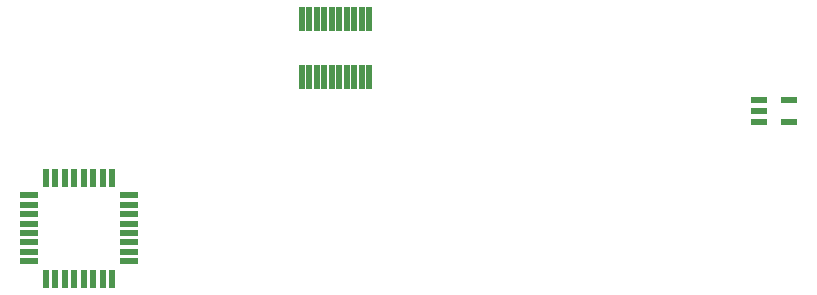
<source format=gbr>
%TF.GenerationSoftware,KiCad,Pcbnew,7.0.8*%
%TF.CreationDate,2023-10-07T19:29:42-07:00*%
%TF.ProjectId,nixie3,6e697869-6533-42e6-9b69-6361645f7063,rev?*%
%TF.SameCoordinates,Original*%
%TF.FileFunction,Paste,Top*%
%TF.FilePolarity,Positive*%
%FSLAX46Y46*%
G04 Gerber Fmt 4.6, Leading zero omitted, Abs format (unit mm)*
G04 Created by KiCad (PCBNEW 7.0.8) date 2023-10-07 19:29:42*
%MOMM*%
%LPD*%
G01*
G04 APERTURE LIST*
G04 Aperture macros list*
%AMRoundRect*
0 Rectangle with rounded corners*
0 $1 Rounding radius*
0 $2 $3 $4 $5 $6 $7 $8 $9 X,Y pos of 4 corners*
0 Add a 4 corners polygon primitive as box body*
4,1,4,$2,$3,$4,$5,$6,$7,$8,$9,$2,$3,0*
0 Add four circle primitives for the rounded corners*
1,1,$1+$1,$2,$3*
1,1,$1+$1,$4,$5*
1,1,$1+$1,$6,$7*
1,1,$1+$1,$8,$9*
0 Add four rect primitives between the rounded corners*
20,1,$1+$1,$2,$3,$4,$5,0*
20,1,$1+$1,$4,$5,$6,$7,0*
20,1,$1+$1,$6,$7,$8,$9,0*
20,1,$1+$1,$8,$9,$2,$3,0*%
G04 Aperture macros list end*
%ADD10R,1.600000X0.550000*%
%ADD11R,0.550000X1.600000*%
%ADD12RoundRect,0.008200X0.196800X-0.976800X0.196800X0.976800X-0.196800X0.976800X-0.196800X-0.976800X0*%
%ADD13RoundRect,0.008200X-0.196800X0.976800X-0.196800X-0.976800X0.196800X-0.976800X0.196800X0.976800X0*%
%ADD14R,1.320800X0.508000*%
G04 APERTURE END LIST*
D10*
%TO.C,U1*%
X101340000Y-58265000D03*
X101340000Y-59065000D03*
X101340000Y-59865000D03*
X101340000Y-60665000D03*
X101340000Y-61465000D03*
X101340000Y-62265000D03*
X101340000Y-63065000D03*
X101340000Y-63865000D03*
D11*
X102790000Y-65315000D03*
X103590000Y-65315000D03*
X104390000Y-65315000D03*
X105190000Y-65315000D03*
X105990000Y-65315000D03*
X106790000Y-65315000D03*
X107590000Y-65315000D03*
X108390000Y-65315000D03*
D10*
X109840000Y-63865000D03*
X109840000Y-63065000D03*
X109840000Y-62265000D03*
X109840000Y-61465000D03*
X109840000Y-60665000D03*
X109840000Y-59865000D03*
X109840000Y-59065000D03*
X109840000Y-58265000D03*
D11*
X108390000Y-56815000D03*
X107590000Y-56815000D03*
X106790000Y-56815000D03*
X105990000Y-56815000D03*
X105190000Y-56815000D03*
X104390000Y-56815000D03*
X103590000Y-56815000D03*
X102790000Y-56815000D03*
%TD*%
D12*
%TO.C,U6*%
X124460000Y-48260000D03*
X125095000Y-48260000D03*
X125730000Y-48260000D03*
X126365000Y-48260000D03*
X127000000Y-48260000D03*
X127635000Y-48260000D03*
X128270000Y-48260000D03*
X128905000Y-48260000D03*
X129540000Y-48260000D03*
X130175000Y-48260000D03*
D13*
X130175000Y-43320000D03*
X129540000Y-43320000D03*
X128905000Y-43320000D03*
X128270000Y-43320000D03*
X127635000Y-43320000D03*
X127000000Y-43320000D03*
X126365000Y-43320000D03*
X125730000Y-43320000D03*
X125095000Y-43320000D03*
X124460000Y-43320000D03*
%TD*%
D14*
%TO.C,U2*%
X163144200Y-50165000D03*
X163144200Y-51115001D03*
X163144200Y-52065002D03*
X165735000Y-52065002D03*
X165735000Y-50165000D03*
%TD*%
M02*

</source>
